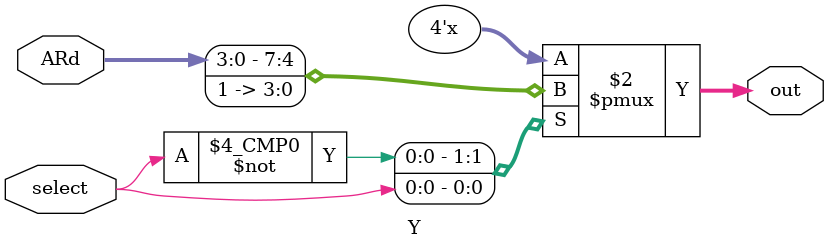
<source format=sv>
module Y(
	input [3:0] ARd,
	input select,
	output reg [3:0] out
);

always_comb begin
	case(select)
		0: 	out = ARd;
		1: 	out = 15;
		default: out = 0;
	endcase
end

endmodule
</source>
